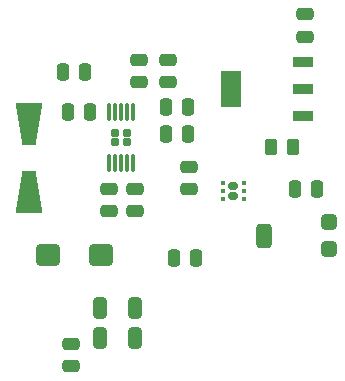
<source format=gbr>
%TF.GenerationSoftware,KiCad,Pcbnew,8.0.8+dfsg-1*%
%TF.CreationDate,2025-07-13T00:35:59+05:30*%
%TF.ProjectId,sanket,73616e6b-6574-42e6-9b69-6361645f7063,4.1*%
%TF.SameCoordinates,Original*%
%TF.FileFunction,Paste,Bot*%
%TF.FilePolarity,Positive*%
%FSLAX46Y46*%
G04 Gerber Fmt 4.6, Leading zero omitted, Abs format (unit mm)*
G04 Created by KiCad (PCBNEW 8.0.8+dfsg-1) date 2025-07-13 00:35:59*
%MOMM*%
%LPD*%
G01*
G04 APERTURE LIST*
G04 Aperture macros list*
%AMRoundRect*
0 Rectangle with rounded corners*
0 $1 Rounding radius*
0 $2 $3 $4 $5 $6 $7 $8 $9 X,Y pos of 4 corners*
0 Add a 4 corners polygon primitive as box body*
4,1,4,$2,$3,$4,$5,$6,$7,$8,$9,$2,$3,0*
0 Add four circle primitives for the rounded corners*
1,1,$1+$1,$2,$3*
1,1,$1+$1,$4,$5*
1,1,$1+$1,$6,$7*
1,1,$1+$1,$8,$9*
0 Add four rect primitives between the rounded corners*
20,1,$1+$1,$2,$3,$4,$5,0*
20,1,$1+$1,$4,$5,$6,$7,0*
20,1,$1+$1,$6,$7,$8,$9,0*
20,1,$1+$1,$8,$9,$2,$3,0*%
%AMOutline4P*
0 Free polygon, 4 corners , with rotation*
0 The origin of the aperture is its center*
0 number of corners: always 4*
0 $1 to $8 corner X, Y*
0 $9 Rotation angle, in degrees counterclockwise*
0 create outline with 4 corners*
4,1,4,$1,$2,$3,$4,$5,$6,$7,$8,$1,$2,$9*%
G04 Aperture macros list end*
%ADD10RoundRect,0.250000X0.250000X0.475000X-0.250000X0.475000X-0.250000X-0.475000X0.250000X-0.475000X0*%
%ADD11RoundRect,0.250000X0.475000X-0.250000X0.475000X0.250000X-0.475000X0.250000X-0.475000X-0.250000X0*%
%ADD12RoundRect,0.250000X-0.750000X-0.650000X0.750000X-0.650000X0.750000X0.650000X-0.750000X0.650000X0*%
%ADD13RoundRect,0.250000X-0.250000X-0.475000X0.250000X-0.475000X0.250000X0.475000X-0.250000X0.475000X0*%
%ADD14RoundRect,0.250000X-0.475000X0.250000X-0.475000X-0.250000X0.475000X-0.250000X0.475000X0.250000X0*%
%ADD15Outline4P,-1.800000X-1.150000X1.800000X-0.550000X1.800000X0.550000X-1.800000X1.150000X90.000000*%
%ADD16Outline4P,-1.800000X-1.150000X1.800000X-0.550000X1.800000X0.550000X-1.800000X1.150000X270.000000*%
%ADD17RoundRect,0.250000X-0.262500X-0.450000X0.262500X-0.450000X0.262500X0.450000X-0.262500X0.450000X0*%
%ADD18RoundRect,0.250000X0.325000X0.650000X-0.325000X0.650000X-0.325000X-0.650000X0.325000X-0.650000X0*%
%ADD19RoundRect,0.160000X0.245000X0.160000X-0.245000X0.160000X-0.245000X-0.160000X0.245000X-0.160000X0*%
%ADD20RoundRect,0.093750X0.093750X0.106250X-0.093750X0.106250X-0.093750X-0.106250X0.093750X-0.106250X0*%
%ADD21R,1.761200X0.850800*%
%ADD22R,1.761200X3.150799*%
%ADD23RoundRect,0.157500X-0.222500X0.157500X-0.222500X-0.157500X0.222500X-0.157500X0.222500X0.157500X0*%
%ADD24RoundRect,0.075000X-0.075000X0.650000X-0.075000X-0.650000X0.075000X-0.650000X0.075000X0.650000X0*%
%ADD25RoundRect,0.250000X0.400000X-0.400000X0.400000X0.400000X-0.400000X0.400000X-0.400000X-0.400000X0*%
%ADD26RoundRect,0.250000X0.400000X-0.750000X0.400000X0.750000X-0.400000X0.750000X-0.400000X-0.750000X0*%
G04 APERTURE END LIST*
D10*
%TO.C,C6*%
X109808146Y-67298600D03*
X107908146Y-67298600D03*
%TD*%
D11*
%TO.C,R7*%
X116408146Y-64798600D03*
X116408146Y-62898600D03*
%TD*%
D12*
%TO.C,L1*%
X106220346Y-79436600D03*
X110720346Y-79436600D03*
%TD*%
D13*
%TO.C,R8*%
X116181100Y-69183000D03*
X118081100Y-69183000D03*
%TD*%
D14*
%TO.C,C10*%
X118131900Y-71926200D03*
X118131900Y-73826200D03*
%TD*%
D15*
%TO.C,D1*%
X104658146Y-74098600D03*
D16*
X104658146Y-68298600D03*
%TD*%
D17*
%TO.C,R4*%
X125144200Y-70249800D03*
X126969200Y-70249800D03*
%TD*%
D14*
%TO.C,R11*%
X113610700Y-73821000D03*
X113610700Y-75721000D03*
%TD*%
D18*
%TO.C,C7*%
X113612500Y-83915000D03*
X110662500Y-83915000D03*
%TD*%
D19*
%TO.C,U3*%
X121891100Y-74396600D03*
X121891100Y-73596600D03*
D20*
X122778600Y-73346600D03*
X122778600Y-73996600D03*
X122778600Y-74646600D03*
X121003600Y-74646600D03*
X121003600Y-73996600D03*
X121003600Y-73346600D03*
%TD*%
D10*
%TO.C,C4*%
X118101500Y-66897000D03*
X116201500Y-66897000D03*
%TD*%
D14*
%TO.C,R6*%
X113908146Y-62898600D03*
X113908146Y-64798600D03*
%TD*%
D11*
%TO.C,C9*%
X108162500Y-88815000D03*
X108162500Y-86915000D03*
%TD*%
D13*
%TO.C,C3*%
X107494300Y-63899800D03*
X109394300Y-63899800D03*
%TD*%
D14*
%TO.C,R3*%
X127987100Y-59038200D03*
X127987100Y-60938200D03*
%TD*%
D21*
%TO.C,Q1*%
X127810100Y-63073000D03*
X127810100Y-65373000D03*
X127810100Y-67673000D03*
D22*
X121760100Y-65373000D03*
%TD*%
D23*
%TO.C,U2*%
X112878146Y-69058600D03*
X111938146Y-69058600D03*
X112878146Y-69838600D03*
X111938146Y-69838600D03*
D24*
X111408146Y-67298600D03*
X111908146Y-67298600D03*
X112408146Y-67298600D03*
X112908146Y-67298600D03*
X113408146Y-67298600D03*
X113408146Y-71598600D03*
X112908146Y-71598600D03*
X112408146Y-71598600D03*
X111908146Y-71598600D03*
X111408146Y-71598600D03*
%TD*%
D10*
%TO.C,R9*%
X118777100Y-79698600D03*
X116877100Y-79698600D03*
%TD*%
D25*
%TO.C,RV1*%
X130019100Y-78950600D03*
D26*
X124519100Y-77800600D03*
D25*
X130019100Y-76650600D03*
%TD*%
D18*
%TO.C,C8*%
X113612500Y-86415000D03*
X110662500Y-86415000D03*
%TD*%
D10*
%TO.C,C5*%
X129003100Y-73856600D03*
X127103100Y-73856600D03*
%TD*%
D11*
%TO.C,R10*%
X111426300Y-75721000D03*
X111426300Y-73821000D03*
%TD*%
M02*

</source>
